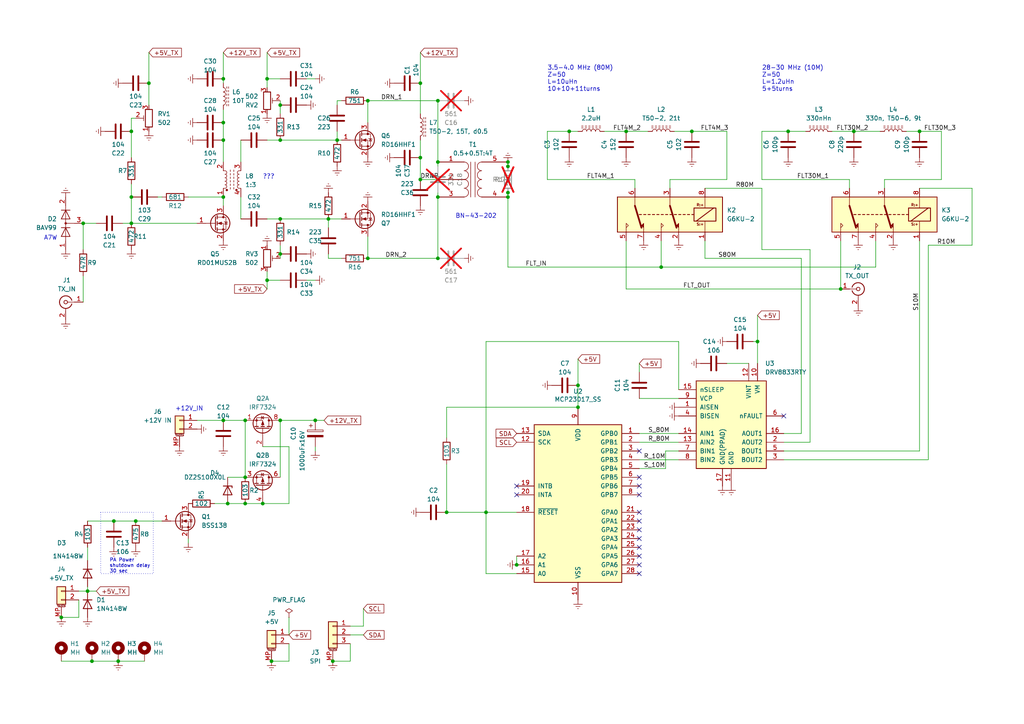
<source format=kicad_sch>
(kicad_sch (version 20230121) (generator eeschema)
  (paper "A4")
  (junction (at 64.77 57.15))
  (junction (at 71.12 121.92))
  (junction (at 121.92 45.72))
  (junction (at 200.66 38.1))
  (junction (at 127 29.21))
  (junction (at 127 74.93))
  (junction (at 121.92 24.13))
  (junction (at 81.28 121.92))
  (junction (at 95.25 63.5))
  (junction (at 39.37 151.13))
  (junction (at 91.44 121.92))
  (junction (at 38.1 57.15))
  (junction (at 33.02 151.13))
  (junction (at 26.67 191.77))
  (junction (at 129.54 148.59))
  (junction (at 64.77 22.86))
  (junction (at 165.1 38.1))
  (junction (at 127 57.15))
  (junction (at 147.32 57.15))
  (junction (at 81.28 40.64))
  (junction (at 219.71 99.06))
  (junction (at 25.4 171.45))
  (junction (at 243.84 83.82))
  (junction (at 167.64 118.11))
  (junction (at 71.12 146.05))
  (junction (at 66.04 146.05))
  (junction (at 64.77 35.56))
  (junction (at 167.64 111.76))
  (junction (at 181.61 38.1))
  (junction (at 34.29 191.77))
  (junction (at 64.77 121.92))
  (junction (at 71.12 138.43))
  (junction (at 121.92 52.07))
  (junction (at 77.47 22.86))
  (junction (at 78.74 191.77))
  (junction (at 147.32 48.26))
  (junction (at 127 46.99))
  (junction (at 140.97 148.59))
  (junction (at 147.32 46.99))
  (junction (at 81.28 73.66))
  (junction (at 147.32 55.88))
  (junction (at 77.47 81.28))
  (junction (at 191.77 77.47))
  (junction (at 96.52 191.77))
  (junction (at 38.1 64.77))
  (junction (at 81.28 63.5))
  (junction (at 43.18 24.13))
  (junction (at 149.86 163.83))
  (junction (at 106.68 29.21))
  (junction (at 97.79 40.64))
  (junction (at 24.13 64.77))
  (junction (at 81.28 30.48))
  (junction (at 64.77 40.64))
  (junction (at 38.1 38.1))
  (junction (at 247.65 38.1))
  (junction (at 17.78 179.07))
  (junction (at 266.7 38.1))
  (junction (at 228.6 38.1))
  (junction (at 76.2 146.05))
  (junction (at 106.68 74.93))
  (no_connect (at 185.42 130.81))
  (no_connect (at 185.42 166.37))
  (no_connect (at 185.42 148.59))
  (no_connect (at 185.42 151.13))
  (no_connect (at 185.42 153.67))
  (no_connect (at 185.42 158.75))
  (no_connect (at 185.42 156.21))
  (no_connect (at 185.42 138.43))
  (no_connect (at 227.33 120.65))
  (no_connect (at 185.42 143.51))
  (no_connect (at 185.42 163.83))
  (no_connect (at 149.86 140.97))
  (no_connect (at 149.86 143.51))
  (no_connect (at 185.42 140.97))
  (no_connect (at 185.42 161.29))
  (wire (pts (xy 91.44 121.92) (xy 93.98 121.92)))
  (wire (pts (xy 266.7 38.1) (xy 273.05 38.1)))
  (wire (pts (xy 57.15 121.92) (xy 64.77 121.92)))
  (wire (pts (xy 227.33 130.81) (xy 266.7 130.81)))
  (wire (pts (xy 220.98 54.61) (xy 220.98 72.39)))
  (wire (pts (xy 81.28 121.92) (xy 81.28 138.43)))
  (wire (pts (xy 99.06 29.21) (xy 97.79 29.21)))
  (wire (pts (xy 101.6 191.77) (xy 96.52 191.77)))
  (wire (pts (xy 24.13 72.39) (xy 24.13 64.77)))
  (wire (pts (xy 81.28 40.64) (xy 97.79 40.64)))
  (wire (pts (xy 246.38 52.07) (xy 220.98 52.07)))
  (wire (pts (xy 64.77 15.24) (xy 64.77 22.86)))
  (wire (pts (xy 97.79 38.1) (xy 97.79 40.64)))
  (wire (pts (xy 191.77 77.47) (xy 191.77 69.85)))
  (wire (pts (xy 193.04 135.89) (xy 193.04 130.81)))
  (wire (pts (xy 127 46.99) (xy 127 29.21)))
  (wire (pts (xy 25.4 171.45) (xy 22.86 171.45)))
  (wire (pts (xy 254 69.85) (xy 254 77.47)))
  (wire (pts (xy 38.1 64.77) (xy 57.15 64.77)))
  (wire (pts (xy 35.56 64.77) (xy 38.1 64.77)))
  (wire (pts (xy 165.1 38.1) (xy 167.64 38.1)))
  (wire (pts (xy 232.41 74.93) (xy 204.47 74.93)))
  (wire (pts (xy 66.04 138.43) (xy 71.12 138.43)))
  (wire (pts (xy 81.28 63.5) (xy 95.25 63.5)))
  (wire (pts (xy 210.82 105.41) (xy 217.17 105.41)))
  (wire (pts (xy 71.12 146.05) (xy 76.2 146.05)))
  (wire (pts (xy 54.61 57.15) (xy 64.77 57.15)))
  (wire (pts (xy 105.41 181.61) (xy 101.6 181.61)))
  (wire (pts (xy 234.95 128.27) (xy 227.33 128.27)))
  (wire (pts (xy 140.97 166.37) (xy 140.97 148.59)))
  (wire (pts (xy 64.77 22.86) (xy 64.77 24.13)))
  (wire (pts (xy 185.42 115.57) (xy 196.85 115.57)))
  (wire (pts (xy 46.99 57.15) (xy 45.72 57.15)))
  (wire (pts (xy 64.77 121.92) (xy 71.12 121.92)))
  (wire (pts (xy 185.42 135.89) (xy 193.04 135.89)))
  (wire (pts (xy 106.68 74.93) (xy 106.68 68.58)))
  (wire (pts (xy 256.54 52.07) (xy 273.05 52.07)))
  (wire (pts (xy 17.78 191.77) (xy 26.67 191.77)))
  (wire (pts (xy 140.97 148.59) (xy 129.54 148.59)))
  (wire (pts (xy 246.38 54.61) (xy 246.38 52.07)))
  (wire (pts (xy 38.1 57.15) (xy 38.1 64.77)))
  (wire (pts (xy 204.47 54.61) (xy 220.98 54.61)))
  (wire (pts (xy 210.82 52.07) (xy 210.82 38.1)))
  (wire (pts (xy 22.86 179.07) (xy 17.78 179.07)))
  (wire (pts (xy 81.28 30.48) (xy 81.28 29.21)))
  (wire (pts (xy 83.82 146.05) (xy 76.2 146.05)))
  (wire (pts (xy 64.77 31.75) (xy 64.77 35.56)))
  (wire (pts (xy 269.24 71.12) (xy 269.24 133.35)))
  (wire (pts (xy 127 74.93) (xy 106.68 74.93)))
  (wire (pts (xy 227.33 125.73) (xy 232.41 125.73)))
  (wire (pts (xy 77.47 22.86) (xy 77.47 25.4)))
  (wire (pts (xy 121.92 45.72) (xy 121.92 52.07)))
  (wire (pts (xy 175.26 38.1) (xy 181.61 38.1)))
  (wire (pts (xy 254 77.47) (xy 191.77 77.47)))
  (wire (pts (xy 77.47 81.28) (xy 81.28 81.28)))
  (wire (pts (xy 127 57.15) (xy 127 74.93)))
  (wire (pts (xy 185.42 128.27) (xy 196.85 128.27)))
  (wire (pts (xy 181.61 38.1) (xy 187.96 38.1)))
  (wire (pts (xy 95.25 63.5) (xy 99.06 63.5)))
  (wire (pts (xy 26.67 191.77) (xy 34.29 191.77)))
  (wire (pts (xy 127 46.99) (xy 127 48.26)))
  (wire (pts (xy 83.82 179.07) (xy 83.82 184.15)))
  (wire (pts (xy 262.89 38.1) (xy 266.7 38.1)))
  (wire (pts (xy 22.86 173.99) (xy 22.86 179.07)))
  (wire (pts (xy 194.31 52.07) (xy 210.82 52.07)))
  (wire (pts (xy 38.1 45.72) (xy 38.1 38.1)))
  (wire (pts (xy 54.61 156.21) (xy 54.61 157.48)))
  (wire (pts (xy 121.92 40.64) (xy 121.92 45.72)))
  (wire (pts (xy 25.4 171.45) (xy 25.4 170.18)))
  (wire (pts (xy 147.32 77.47) (xy 191.77 77.47)))
  (wire (pts (xy 266.7 69.85) (xy 266.7 130.81)))
  (wire (pts (xy 149.86 148.59) (xy 140.97 148.59)))
  (wire (pts (xy 101.6 184.15) (xy 105.41 184.15)))
  (wire (pts (xy 43.18 24.13) (xy 43.18 30.48)))
  (wire (pts (xy 77.47 40.64) (xy 81.28 40.64)))
  (wire (pts (xy 247.65 38.1) (xy 255.27 38.1)))
  (wire (pts (xy 97.79 40.64) (xy 99.06 40.64)))
  (wire (pts (xy 38.1 38.1) (xy 38.1 34.29)))
  (wire (pts (xy 95.25 66.04) (xy 95.25 63.5)))
  (wire (pts (xy 200.66 38.1) (xy 210.82 38.1)))
  (wire (pts (xy 140.97 99.06) (xy 140.97 148.59)))
  (wire (pts (xy 27.94 171.45) (xy 25.4 171.45)))
  (wire (pts (xy 91.44 22.86) (xy 88.9 22.86)))
  (wire (pts (xy 81.28 73.66) (xy 81.28 74.93)))
  (wire (pts (xy 83.82 191.77) (xy 78.74 191.77)))
  (wire (pts (xy 243.84 83.82) (xy 243.84 69.85)))
  (wire (pts (xy 121.92 24.13) (xy 121.92 33.02)))
  (wire (pts (xy 228.6 38.1) (xy 233.68 38.1)))
  (wire (pts (xy 83.82 186.69) (xy 83.82 191.77)))
  (wire (pts (xy 193.04 130.81) (xy 196.85 130.81)))
  (wire (pts (xy 81.28 121.92) (xy 91.44 121.92)))
  (wire (pts (xy 129.54 148.59) (xy 129.54 134.62)))
  (wire (pts (xy 196.85 99.06) (xy 196.85 113.03)))
  (wire (pts (xy 167.64 104.14) (xy 167.64 111.76)))
  (wire (pts (xy 77.47 81.28) (xy 77.47 78.74)))
  (wire (pts (xy 77.47 22.86) (xy 81.28 22.86)))
  (wire (pts (xy 232.41 125.73) (xy 232.41 74.93)))
  (wire (pts (xy 241.3 38.1) (xy 247.65 38.1)))
  (wire (pts (xy 158.75 52.07) (xy 158.75 38.1)))
  (wire (pts (xy 62.23 146.05) (xy 66.04 146.05)))
  (wire (pts (xy 121.92 52.07) (xy 127 52.07)))
  (wire (pts (xy 129.54 127) (xy 129.54 118.11)))
  (wire (pts (xy 219.71 91.44) (xy 219.71 99.06)))
  (wire (pts (xy 77.47 15.24) (xy 77.47 22.86)))
  (wire (pts (xy 77.47 63.5) (xy 81.28 63.5)))
  (wire (pts (xy 220.98 38.1) (xy 228.6 38.1)))
  (wire (pts (xy 220.98 52.07) (xy 220.98 38.1)))
  (wire (pts (xy 91.44 129.54) (xy 91.44 130.81)))
  (wire (pts (xy 64.77 35.56) (xy 64.77 40.64)))
  (wire (pts (xy 269.24 133.35) (xy 227.33 133.35)))
  (wire (pts (xy 204.47 74.93) (xy 204.47 69.85)))
  (wire (pts (xy 43.18 15.24) (xy 43.18 24.13)))
  (wire (pts (xy 95.25 74.93) (xy 95.25 73.66)))
  (wire (pts (xy 266.7 54.61) (xy 281.94 54.61)))
  (wire (pts (xy 167.64 111.76) (xy 167.64 118.11)))
  (wire (pts (xy 105.41 176.53) (xy 105.41 181.61)))
  (wire (pts (xy 185.42 133.35) (xy 196.85 133.35)))
  (wire (pts (xy 34.29 191.77) (xy 41.91 191.77)))
  (wire (pts (xy 81.28 73.66) (xy 81.28 71.12)))
  (wire (pts (xy 83.82 129.54) (xy 83.82 146.05)))
  (wire (pts (xy 69.85 40.64) (xy 69.85 46.99)))
  (wire (pts (xy 38.1 53.34) (xy 38.1 57.15)))
  (wire (pts (xy 64.77 57.15) (xy 64.77 59.69)))
  (wire (pts (xy 25.4 162.56) (xy 25.4 158.75)))
  (wire (pts (xy 184.15 52.07) (xy 158.75 52.07)))
  (wire (pts (xy 194.31 54.61) (xy 194.31 52.07)))
  (wire (pts (xy 66.04 146.05) (xy 71.12 146.05)))
  (wire (pts (xy 97.79 29.21) (xy 97.79 30.48)))
  (wire (pts (xy 147.32 46.99) (xy 147.32 48.26)))
  (wire (pts (xy 147.32 57.15) (xy 147.32 55.88)))
  (wire (pts (xy 220.98 72.39) (xy 234.95 72.39)))
  (wire (pts (xy 129.54 118.11) (xy 167.64 118.11)))
  (wire (pts (xy 185.42 107.95) (xy 185.42 105.41)))
  (wire (pts (xy 77.47 83.82) (xy 77.47 81.28)))
  (wire (pts (xy 219.71 99.06) (xy 218.44 99.06)))
  (wire (pts (xy 181.61 83.82) (xy 243.84 83.82)))
  (wire (pts (xy 196.85 99.06) (xy 140.97 99.06)))
  (wire (pts (xy 281.94 54.61) (xy 281.94 71.12)))
  (wire (pts (xy 158.75 38.1) (xy 165.1 38.1)))
  (wire (pts (xy 24.13 87.63) (xy 24.13 80.01)))
  (wire (pts (xy 24.13 64.77) (xy 27.94 64.77)))
  (wire (pts (xy 219.71 99.06) (xy 219.71 105.41)))
  (wire (pts (xy 106.68 29.21) (xy 127 29.21)))
  (wire (pts (xy 127 55.88) (xy 127 57.15)))
  (wire (pts (xy 33.02 151.13) (xy 39.37 151.13)))
  (wire (pts (xy 39.37 151.13) (xy 46.99 151.13)))
  (wire (pts (xy 181.61 69.85) (xy 181.61 83.82)))
  (wire (pts (xy 184.15 54.61) (xy 184.15 52.07)))
  (wire (pts (xy 91.44 81.28) (xy 88.9 81.28)))
  (wire (pts (xy 256.54 54.61) (xy 256.54 52.07)))
  (wire (pts (xy 101.6 186.69) (xy 101.6 191.77)))
  (wire (pts (xy 106.68 29.21) (xy 106.68 35.56)))
  (wire (pts (xy 64.77 46.99) (xy 64.77 40.64)))
  (wire (pts (xy 149.86 161.29) (xy 149.86 163.83)))
  (wire (pts (xy 281.94 71.12) (xy 269.24 71.12)))
  (wire (pts (xy 147.32 57.15) (xy 147.32 77.47)))
  (wire (pts (xy 25.4 151.13) (xy 33.02 151.13)))
  (wire (pts (xy 99.06 74.93) (xy 95.25 74.93)))
  (wire (pts (xy 185.42 125.73) (xy 196.85 125.73)))
  (wire (pts (xy 149.86 166.37) (xy 140.97 166.37)))
  (wire (pts (xy 71.12 121.92) (xy 71.12 138.43)))
  (wire (pts (xy 121.92 15.24) (xy 121.92 24.13)))
  (wire (pts (xy 234.95 72.39) (xy 234.95 128.27)))
  (wire (pts (xy 195.58 38.1) (xy 200.66 38.1)))
  (wire (pts (xy 38.1 34.29) (xy 39.37 34.29)))
  (wire (pts (xy 69.85 57.15) (xy 69.85 63.5)))
  (wire (pts (xy 76.2 129.54) (xy 83.82 129.54)))
  (wire (pts (xy 273.05 52.07) (xy 273.05 38.1)))
  (wire (pts (xy 81.28 30.48) (xy 81.28 33.02)))
  (rectangle (start 29.21 148.59) (end 44.45 166.37) (stroke (width 0) (type dot)))
  (text "A7W" (at 12.7 69.85 0) (effects (font (size 1.27 1.27)) (justify left bottom)))
  (text "PA Power\nshutdown delay\n30 sec" (at 31.75 166.37 0) (effects (font (size 1 1)) (justify left bottom)))
  (text "BN-43-202" (at 132.08 63.5 0) (effects (font (size 1.27 1.27)) (justify left bottom)))
  (text "+12V_IN" (at 50.8 119.38 0) (effects (font (size 1.27 1.27)) (justify left bottom)))
  (text "28-30 MHz (10M)\nZ=50\nL=1.2uHn\n5+5turns" (at 220.98 26.67 0) (effects (font (size 1.27 1.27)) (justify left bottom)))
  (text "3.5-4.0 MHz (80M)\nZ=50\nL=10uHn\n10+10+11turns" (at 158.75 26.67 0) (effects (font (size 1.27 1.27)) (justify left bottom)))
  (text "???" (at 76.2 52.07 0) (effects (font (size 1.27 1.27)) (justify left bottom)))
  (label "R_80M" (at 187.96 128.27 0))
  (label "DRNP" (at 121.92 52.07 0))
  (label "DRN_1" (at 110.49 29.21 0))
  (label "FLT4M_2" (at 177.8 38.1 0))
  (label "FLT_IN" (at 152.4 77.47 0))
  (label "FLT30M_2" (at 242.57 38.1 0))
  (label "FLT30M_3" (at 267.97 38.1 0))
  (label "S_10M" (at 186.69 135.89 0))
  (label "S80M" (at 208.28 74.93 0))
  (label "R80M" (at 213.36 54.61 0))
  (label "S_80M" (at 187.96 125.73 0))
  (label "FLT30M_1" (at 231.14 52.07 0))
  (label "R_10M" (at 186.69 133.35 0))
  (label "FLT4M_1" (at 170.18 52.07 0))
  (label "FLT_OUT" (at 198.12 83.82 0))
  (label "R10M" (at 271.78 71.12 0))
  (label "S10M" (at 266.7 90.17 90))
  (label "DRN_2" (at 111.76 74.93 0))
  (label "FLT4M_3" (at 203.2 38.1 0))
  (global_label "+12V_TX" (shape input) (at 93.98 121.92 0) (property "Intersheetrefs" "${INTERSHEET_REFS}" (effects hide)))
  (global_label "SCL" (shape input) (at 105.41 176.53 0) (property "Intersheetrefs" "${INTERSHEET_REFS}" (effects hide)))
  (global_label "SCL" (shape input) (at 149.86 128.27 180) (property "Intersheetrefs" "${INTERSHEET_REFS}" (effects hide)))
  (global_label "SDA" (shape input) (at 105.41 184.15 0) (property "Intersheetrefs" "${INTERSHEET_REFS}" (effects hide)))
  (global_label "SDA" (shape input) (at 149.86 125.73 180) (property "Intersheetrefs" "${INTERSHEET_REFS}" (effects hide)))
  (global_label "+5V_TX" (shape input) (at 27.94 171.45 0) (property "Intersheetrefs" "${INTERSHEET_REFS}" (effects hide)))
  (global_label "+12V_TX" (shape input) (at 121.92 15.24 0) (property "Intersheetrefs" "${INTERSHEET_REFS}" (effects hide)))
  (global_label "+5V_TX" (shape input) (at 77.47 83.82 180) (property "Intersheetrefs" "${INTERSHEET_REFS}" (effects hide)))
  (global_label "+5V" (shape input) (at 185.42 105.41 0) (property "Intersheetrefs" "${INTERSHEET_REFS}" (effects hide)))
  (global_label "+5V" (shape input) (at 167.64 104.14 0) (property "Intersheetrefs" "${INTERSHEET_REFS}" (effects hide)))
  (global_label "+5V_TX" (shape input) (at 77.47 15.24 0) (property "Intersheetrefs" "${INTERSHEET_REFS}" (effects hide)))
  (global_label "+5V" (shape input) (at 83.82 184.15 0) (property "Intersheetrefs" "${INTERSHEET_REFS}" (effects hide)))
  (global_label "+12V_TX" (shape input) (at 64.77 15.24 0) (property "Intersheetrefs" "${INTERSHEET_REFS}" (effects hide)))
  (global_label "+5V_TX" (shape input) (at 43.18 15.24 0) (property "Intersheetrefs" "${INTERSHEET_REFS}" (effects hide)))
  (global_label "+5V" (shape input) (at 219.71 91.44 0) (property "Intersheetrefs" "${INTERSHEET_REFS}" (effects hide)))
  (symbol (lib_id "Device:L_Ferrite") (at 259.08 38.1 90) (unit 1)
    (property "Reference" "L4" (at 259.08 31.75 90))
    (property "Value" "330n, T50-6, 9t" (at 259.08 34.29 90))
    (property "Footprint" "PhilsFootprintLibrary:L_T50_L13_W8_P5mm" (effects hide))
  )
  (symbol (lib_id "Device:C") (at 181.61 41.91 0) (mirror x) (unit 1)
    (property "Reference" "C4" (at 175.26 41.91 90))
    (property "Value" "152" (at 177.8 41.91 90))
    (property "Footprint" "Capacitor_SMD:C_1206_3216Metric" (effects hide))
  )
  (symbol (lib_id "Driver_Motor:DRV8833RTY") (at 212.09 123.19 0) (unit 1)
    (property "Reference" "U3" (at 221.9041 105.41 0) (effects (justify left)))
    (property "Value" "DRV8833RTY" (at 221.9041 107.95 0) (effects (justify left)))
    (property "Footprint" "Package_DFN_QFN:Texas_S-PWQFN-N16_EP2.1x2.1mm_ThermalVias" (effects hide))
    (property "Datasheet" "http://www.ti.com/lit/ds/symlink/drv8833.pdf" (effects hide))
  )
  (symbol (lib_id "Device:C") (at 60.96 22.86 270) (mirror x) (unit 1)
    (property "Reference" "C30" (at 60.96 17.78 90))
    (property "Value" "104" (at 60.96 20.32 90))
    (property "Footprint" "Capacitor_SMD:C_0805_2012Metric" (effects hide))
  )
  (symbol (lib_id "power:Earth") (at 97.79 48.26 0) (mirror y) (unit 1)
    (property "Reference" "#PWR044" (effects hide))
    (property "Value" "Earth" (effects hide))
  )
  (symbol (lib_id "Device:R") (at 71.12 142.24 0) (unit 1)
    (property "Reference" "R2" (at 73.66 142.24 0))
    (property "Value" "103" (at 71.12 142.24 90))
    (property "Footprint" "Resistor_SMD:R_0805_2012Metric" (effects hide))
  )
  (symbol (lib_id "Device:C") (at 127 52.07 0) (mirror y) (unit 1) (dnp yes)
    (property "Reference" "C18" (at 133.35 52.07 90))
    (property "Value" "331" (at 130.81 52.07 90))
    (property "Footprint" "Capacitor_SMD:C_1206_3216Metric" (effects hide))
  )
  (symbol (lib_id "Connector_Generic_MountingPin:Conn_01x02_MountingPin") (at 52.07 121.92 0) (mirror y) (unit 1)
    (property "Reference" "J6" (at 45.72 119.38 0))
    (property "Value" "+12V IN" (at 45.72 121.92 0))
    (property "Footprint" "Connector_JST:JST_PH_S2B-PH-SM4-TB_1x02-1MP_P2.00mm_Horizontal" (effects hide))
  )
  (symbol (lib_id "Device:L_Ferrite") (at 64.77 27.94 0) (unit 1)
    (property "Reference" "L6" (at 67.31 26.67 0) (effects (justify left)))
    (property "Value" "10T" (at 67.31 29.21 0) (effects (justify left)))
    (property "Footprint" "PhilsFootprintLibrary:L_T50_L13_W8_P5mm" (effects hide))
  )
  (symbol (lib_id "Diode:1N4148W") (at 25.4 175.26 270) (unit 1)
    (property "Reference" "D1" (at 27.94 173.99 90) (effects (justify left)))
    (property "Value" "1N4148W" (at 27.94 176.53 90) (effects (justify left)))
    (property "Footprint" "Diode_SMD:D_SOD-123" (effects hide))
    (property "Datasheet" "https://www.vishay.com/docs/85748/1n4148w.pdf" (effects hide))
    (property "Sim.Device" "D" (effects hide))
    (property "Sim.Pins" "1=K 2=A" (effects hide))
  )
  (symbol (lib_id "power:Earth") (at 210.82 99.06 270) (mirror x) (unit 1)
    (property "Reference" "#PWR025" (effects hide))
    (property "Value" "Earth" (effects hide))
  )
  (symbol (lib_id "Device:Transformer_SP_1S") (at 137.16 52.07 0) (unit 1)
    (property "Reference" "T1" (at 137.1727 41.91 0))
    (property "Value" "0.5+0.5T:4T" (at 137.1727 44.45 0))
    (property "Footprint" "PhilsFootprintLibrary:Balun_5PIN_BN-43-202_SMD_Inverse" (effects hide))
  )
  (symbol (lib_id "Transistor_FET:IRF7324") (at 76.2 140.97 270) (mirror x) (unit 2)
    (property "Reference" "Q2" (at 76.2 132.08 90))
    (property "Value" "IRF7324" (at 76.2 134.62 90))
    (property "Footprint" "Package_SO:SOIC-8_3.9x4.9mm_P1.27mm" (effects hide))
    (property "Datasheet" "http://www.infineon.com/dgdl/irf7324pbf.pdf?fileId=5546d462533600a4015355f5f0861b4b" (effects hide))
  )
  (symbol (lib_id "power:Earth") (at 160.02 111.76 270) (mirror x) (unit 1)
    (property "Reference" "#PWR011" (effects hide))
    (property "Value" "Earth" (effects hide))
  )
  (symbol (lib_id "power:Earth") (at 167.64 173.99 0) (mirror y) (unit 1)
    (property "Reference" "#PWR013" (effects hide))
    (property "Value" "Earth" (effects hide))
  )
  (symbol (lib_id "power:Earth") (at 147.32 46.99 0) (mirror x) (unit 1)
    (property "Reference" "#PWR015" (effects hide))
    (property "Value" "Earth" (effects hide))
  )
  (symbol (lib_id "power:Earth") (at 78.74 191.77 0) (unit 1)
    (property "Reference" "#PWR032" (effects hide))
    (property "Value" "Earth" (effects hide))
  )
  (symbol (lib_id "Device:R") (at 58.42 146.05 90) (unit 1)
    (property "Reference" "R5" (at 58.42 143.51 0))
    (property "Value" "102" (at 58.42 146.05 90))
    (property "Footprint" "Resistor_SMD:R_0805_2012Metric" (effects hide))
  )
  (symbol (lib_id "Device:R") (at 24.13 76.2 180) (unit 1)
    (property "Reference" "R9" (at 26.67 76.2 0))
    (property "Value" "47R" (at 24.13 76.2 90))
    (property "Footprint" "Resistor_SMD:R_0805_2012Metric" (effects hide))
  )
  (symbol (lib_id "Device:C") (at 60.96 40.64 270) (mirror x) (unit 1)
    (property "Reference" "C27" (at 60.96 46.99 90))
    (property "Value" "104" (at 60.96 44.45 90))
    (property "Footprint" "Capacitor_SMD:C_0805_2012Metric" (effects hide))
  )
  (symbol (lib_id "power:Earth") (at 248.92 88.9 0) (mirror y) (unit 1)
    (property "Reference" "#PWR017" (effects hide))
    (property "Value" "Earth" (effects hide))
  )
  (symbol (lib_id "Connector_Generic_MountingPin:Conn_01x02_MountingPin") (at 17.78 171.45 0) (mirror y) (unit 1)
    (property "Reference" "J4" (at 17.78 165.1 0))
    (property "Value" "+5V_TX" (at 17.78 167.64 0))
    (property "Footprint" "Connector_JST:JST_PH_S2B-PH-SM4-TB_1x02-1MP_P2.00mm_Horizontal" (effects hide))
  )
  (symbol (lib_id "power:Earth") (at 77.47 33.02 0) (mirror y) (unit 1)
    (property "Reference" "#PWR022" (effects hide))
    (property "Value" "Earth" (effects hide))
  )
  (symbol (lib_id "power:Earth") (at 19.05 92.71 0) (mirror y) (unit 1)
    (property "Reference" "#PWR05" (effects hide))
    (property "Value" "Earth" (effects hide))
  )
  (symbol (lib_id "Device:C") (at 207.01 105.41 90) (mirror x) (unit 1)
    (property "Reference" "C14" (at 205.74 99.06 90))
    (property "Value" "106" (at 207.01 101.6 90))
    (property "Footprint" "Capacitor_SMD:C_0805_2012Metric" (effects hide))
  )
  (symbol (lib_id "power:Earth") (at 228.6 45.72 0) (mirror y) (unit 1)
    (property "Reference" "#PWR08" (effects hide))
    (property "Value" "Earth" (effects hide))
  )
  (symbol (lib_id "Device:C") (at 60.96 35.56 270) (mirror x) (unit 1)
    (property "Reference" "C28" (at 60.96 29.21 90))
    (property "Value" "104" (at 60.96 31.75 90))
    (property "Footprint" "Capacitor_SMD:C_0805_2012Metric" (effects hide))
  )
  (symbol (lib_id "Diode:DZ2S100X0L") (at 66.04 142.24 270) (unit 1)
    (property "Reference" "D4" (at 60.96 137.16 90) (effects (justify left)))
    (property "Value" "DZ2S100X0L" (at 53.34 138.43 90) (effects (justify left)))
    (property "Footprint" "Diode_SMD:D_SOD-523" (effects hide))
    (property "Datasheet" "https://industrial.panasonic.com/content/data/SC/ds/ds4/DZ2S10000L_E.pdf" (effects hide))
  )
  (symbol (lib_id "Device:C") (at 97.79 34.29 0) (mirror y) (unit 1)
    (property "Reference" "C26" (at 93.98 34.29 0))
    (property "Value" "223" (at 93.98 36.83 0))
    (property "Footprint" "Capacitor_SMD:C_0805_2012Metric" (effects hide))
  )
  (symbol (lib_id "Relay:G6KU-2") (at 194.31 62.23 180) (unit 1)
    (property "Reference" "K2" (at 210.82 60.96 0) (effects (justify right)))
    (property "Value" "G6KU-2" (at 210.82 63.5 0) (effects (justify right)))
    (property "Footprint" "Relay_SMD:Relay_DPDT_Omron_G6K-2F-Y" (effects hide))
    (property "Datasheet" "http://omronfs.omron.com/en_US/ecb/products/pdf/en-g6k.pdf" (effects hide))
  )
  (symbol (lib_id "Device:C") (at 247.65 41.91 0) (mirror x) (unit 1)
    (property "Reference" "C8" (at 241.3 41.91 90))
    (property "Value" "220p" (at 243.84 41.91 90))
    (property "Footprint" "Capacitor_SMD:C_1206_3216Metric" (effects hide))
  )
  (symbol (lib_id "Device:C") (at 165.1 41.91 0) (mirror x) (unit 1)
    (property "Reference" "C3" (at 158.75 41.91 90))
    (property "Value" "102" (at 161.29 41.91 90))
    (property "Footprint" "Capacitor_SMD:C_1206_3216Metric" (effects hide))
  )
  (symbol (lib_id "Mechanical:MountingHole_Pad") (at 26.67 189.23 0) (unit 1)
    (property "Reference" "H2" (at 29.21 186.69 0) (effects (justify left)))
    (property "Value" "MH" (at 29.21 189.23 0) (effects (justify left)))
    (property "Footprint" "MountingHole:MountingHole_3.2mm_M3_Pad" (effects hide))
  )
  (symbol (lib_id "Device:R") (at 50.8 57.15 90) (unit 1)
    (property "Reference" "R12" (at 50.8 59.69 90))
    (property "Value" "681" (at 50.8 57.15 90))
    (property "Footprint" "Resistor_SMD:R_0805_2012Metric" (effects hide))
  )
  (symbol (lib_id "Device:C") (at 34.29 38.1 270) (mirror x) (unit 1)
    (property "Reference" "C22" (at 34.29 44.45 90))
    (property "Value" "104" (at 34.29 41.91 90))
    (property "Footprint" "Capacitor_SMD:C_0805_2012Metric" (effects hide))
  )
  (symbol (lib_id "Device:C_Polarized") (at 91.44 125.73 0) (unit 1)
    (property "Reference" "C10" (at 85.09 125.73 90))
    (property "Value" "1000uFx16V" (at 87.63 130.81 90))
    (property "Footprint" "Capacitor_SMD:CP_Elec_10x12.6" (effects hide))
  )
  (symbol (lib_id "Device:Q_NMOS_GSD") (at 104.14 40.64 0) (unit 1)
    (property "Reference" "Q6" (at 110.49 39.37 0) (effects (justify left)))
    (property "Value" "RD16HHF1" (at 110.49 41.91 0) (effects (justify left)))
    (property "Footprint" "Package_TO_SOT_THT:TO-220-3_Horizontal_TabUp" (effects hide))
  )
  (symbol (lib_id "power:Earth") (at 38.1 72.39 0) (mirror y) (unit 1)
    (property "Reference" "#PWR047" (effects hide))
    (property "Value" "Earth" (effects hide))
  )
  (symbol (lib_id "power:Earth") (at 95.25 55.88 180) (unit 1)
    (property "Reference" "#PWR053" (effects hide))
    (property "Value" "Earth" (effects hide))
  )
  (symbol (lib_id "power:Earth") (at 200.66 45.72 0) (mirror y) (unit 1)
    (property "Reference" "#PWR010" (effects hide))
    (property "Value" "Earth" (effects hide))
  )
  (symbol (lib_id "Device:R") (at 38.1 49.53 0) (unit 1)
    (property "Reference" "R7" (at 35.56 49.53 0))
    (property "Value" "331" (at 38.1 49.53 90))
    (property "Footprint" "Resistor_SMD:R_0805_2012Metric" (effects hide))
  )
  (symbol (lib_id "Device:R_Potentiometer_Trim") (at 43.18 34.29 180) (unit 1)
    (property "Reference" "RV1" (at 45.72 33.02 0) (effects (justify right)))
    (property "Value" "502" (at 45.72 35.56 0) (effects (justify right)))
    (property "Footprint" "Potentiometer_SMD:Potentiometer_Bourns_3214W_Vertical" (effects hide))
  )
  (symbol (lib_id "power:Earth") (at 54.61 157.48 0) (unit 1)
    (property "Reference" "#PWR036" (effects hide))
    (property "Value" "Earth" (effects hide))
  )
  (symbol (lib_id "Connector:Conn_Coaxial") (at 19.05 87.63 0) (mirror y) (unit 1)
    (property "Reference" "J1" (at 19.3674 81.28 0))
    (property "Value" "TX_IN" (at 19.3674 83.82 0))
    (property "Footprint" "Connector_Coaxial:SMA_Amphenol_132289_EdgeMount" (effects hide))
    (property "Datasheet" " ~" (effects hide))
  )
  (symbol (lib_id "Device:R") (at 81.28 67.31 0) (mirror x) (unit 1)
    (property "Reference" "R14" (at 85.09 67.31 0))
    (property "Value" "331" (at 81.28 67.31 90))
    (property "Footprint" "Resistor_SMD:R_0805_2012Metric" (effects hide))
  )
  (symbol (lib_id "power:Earth") (at 19.05 57.15 0) (mirror x) (unit 1)
    (property "Reference" "#PWR038" (effects hide))
    (property "Value" "Earth" (effects hide))
  )
  (symbol (lib_id "power:Earth") (at 259.08 69.85 0) (mirror y) (unit 1)
    (property "Reference" "#PWR034" (effects hide))
    (property "Value" "Earth" (effects hide))
  )
  (symbol (lib_id "power:Earth") (at 39.37 158.75 0) (unit 1)
    (property "Reference" "#PWR058" (effects hide))
    (property "Value" "Earth" (effects hide))
  )
  (symbol (lib_id "power:Earth") (at 34.29 191.77 0) (unit 1)
    (property "Reference" "#PWR018" (effects hide))
    (property "Value" "Earth" (effects hide))
  )
  (symbol (lib_id "power:Earth") (at 248.92 69.85 0) (mirror y) (unit 1)
    (property "Reference" "#PWR031" (effects hide))
    (property "Value" "Earth" (effects hide))
  )
  (symbol (lib_id "Device:C") (at 130.81 74.93 270) (mirror x) (unit 1) (dnp yes)
    (property "Reference" "C17" (at 130.81 81.28 90))
    (property "Value" "561" (at 130.81 78.74 90))
    (property "Footprint" "Capacitor_SMD:C_1206_3216Metric" (effects hide))
  )
  (symbol (lib_id "Transistor_FET:IRF7324") (at 76.2 124.46 270) (mirror x) (unit 1)
    (property "Reference" "Q2" (at 76.2 115.57 90))
    (property "Value" "IRF7324" (at 76.2 118.11 90))
    (property "Footprint" "Package_SO:SOIC-8_3.9x4.9mm_P1.27mm" (effects hide))
    (property "Datasheet" "http://www.infineon.com/dgdl/irf7324pbf.pdf?fileId=5546d462533600a4015355f5f0861b4b" (effects hide))
  )
  (symbol (lib_id "power:Earth") (at 91.44 22.86 90) (mirror x) (unit 1)
    (property "Reference" "#PWR049" (effects hide))
    (property "Value" "Earth" (effects hide))
  )
  (symbol (lib_id "power:Earth") (at 57.15 35.56 270) (mirror x) (unit 1)
    (property "Reference" "#PWR046" (effects hide))
    (property "Value" "Earth" (effects hide))
  )
  (symbol (lib_id "Device:C") (at 41.91 57.15 270) (mirror x) (unit 1)
    (property "Reference" "C29" (at 41.91 63.5 90))
    (property "Value" "103" (at 41.91 60.96 90))
    (property "Footprint" "Capacitor_SMD:C_0805_2012Metric" (effects hide))
  )
  (symbol (lib_id "Device:R") (at 147.32 52.07 180) (unit 1) (dnp yes)
    (property "Reference" "R1" (at 144.78 52.07 0))
    (property "Value" "511" (at 147.32 52.07 90))
    (property "Footprint" "Resistor_SMD:R_1210_3225Metric_Pad1.30x2.65mm_HandSolder" (effects hide))
  )
  (symbol (lib_id "Device:L_Ferrite") (at 237.49 38.1 90) (unit 1)
    (property "Reference" "L3" (at 237.49 31.75 90))
    (property "Value" "330nHn" (at 237.49 34.29 90))
    (property "Footprint" "PhilsFootprintLibrary:L_T50_L13_W8_P5mm" (effects hide))
  )
  (symbol (lib_id "power:Earth") (at 57.15 40.64 270) (mirror x) (unit 1)
    (property "Reference" "#PWR045" (effects hide))
    (property "Value" "Earth" (effects hide))
  )
  (symbol (lib_id "Device:R_Potentiometer_Trim") (at 77.47 74.93 0) (unit 1)
    (property "Reference" "RV3" (at 74.93 73.66 0) (effects (justify right)))
    (property "Value" "502" (at 74.93 76.2 0) (effects (justify right)))
    (property "Footprint" "Potentiometer_SMD:Potentiometer_Bourns_3214W_Vertical" (effects hide))
  )
  (symbol (lib_id "Device:C") (at 33.02 154.94 0) (mirror y) (unit 1)
    (property "Reference" "C13" (at 35.56 157.48 0))
    (property "Value" "106" (at 35.56 160.02 0))
    (property "Footprint" "Capacitor_SMD:C_0805_2012Metric" (effects hide))
  )
  (symbol (lib_id "Device:C") (at 121.92 55.88 180) (unit 1)
    (property "Reference" "C36" (at 118.11 55.88 0))
    (property "Value" "223" (at 118.11 53.34 0))
    (property "Footprint" "Capacitor_SMD:C_1210_3225Metric" (effects hide))
  )
  (symbol (lib_id "power:Earth") (at 196.85 120.65 270) (unit 1)
    (property "Reference" "#PWR021" (effects hide))
    (property "Value" "Earth" (effects hide))
  )
  (symbol (lib_id "Device:C") (at 118.11 24.13 90) (unit 1)
    (property "Reference" "C1" (at 118.11 20.32 0))
    (property "Value" "104" (at 120.65 20.32 0))
    (property "Footprint" "Capacitor_SMD:C_1210_3225Metric" (effects hide))
  )
  (symbol (lib_id "power:Earth") (at 19.05 72.39 0) (mirror y) (unit 1)
    (property "Reference" "#PWR037" (effects hide))
    (property "Value" "Earth" (effects hide))
  )
  (symbol (lib_id "power:Earth") (at 212.09 140.97 0) (unit 1)
    (property "Reference" "#PWR026" (effects hide))
    (property "Value" "Earth" (effects hide))
  )
  (symbol (lib_id "power:Earth") (at 57.15 22.86 270) (mirror x) (unit 1)
    (property "Reference" "#PWR048" (effects hide))
    (property "Value" "Earth" (effects hide))
  )
  (symbol (lib_id "Device:C") (at 39.37 24.13 270) (mirror x) (unit 1)
    (property "Reference" "C23" (at 39.37 30.48 90))
    (property "Value" "104" (at 39.37 27.94 90))
    (property "Footprint" "Capacitor_SMD:C_0805_2012Metric" (effects hide))
  )
  (symbol (lib_id "power:Earth") (at 121.92 59.69 0) (mirror y) (unit 1)
    (property "Reference" "#PWR01" (effects hide))
    (property "Value" "Earth" (effects hide))
  )
  (symbol (lib_id "power:PWR_FLAG") (at 83.82 179.07 0) (unit 1)
    (property "Reference" "#FLG01" (effects hide))
    (property "Value" "PWR_FLAG" (at 83.82 173.99 0))
  )
  (symbol (lib_id "power:Earth") (at 134.62 74.93 90) (mirror x) (unit 1)
    (property "Reference" "#PWR060" (effects hide))
    (property "Value" "Earth" (effects hide))
  )
  (symbol (lib_id "Device:C") (at 130.81 29.21 270) (mirror x) (unit 1) (dnp yes)
    (property "Reference" "C16" (at 130.81 35.56 90))
    (property "Value" "561" (at 130.81 33.02 90))
    (property "Footprint" "Capacitor_SMD:C_1206_3216Metric" (effects hide))
  )
  (symbol (lib_id "power:Earth") (at 25.4 179.07 0) (unit 1)
    (property "Reference" "#PWR030" (effects hide))
    (property "Value" "Earth" (effects hide))
  )
  (symbol (lib_id "Device:C") (at 185.42 111.76 0) (mirror x) (unit 1)
    (property "Reference" "C11" (at 179.07 111.76 90))
    (property "Value" "104" (at 181.61 111.76 90))
    (property "Footprint" "Capacitor_SMD:C_0805_2012Metric" (effects hide))
  )
  (symbol (lib_id "Device:R") (at 25.4 154.94 0) (unit 1)
    (property "Reference" "R4" (at 22.86 154.94 0))
    (property "Value" "103" (at 25.4 154.94 90))
    (property "Footprint" "Resistor_SMD:R_0805_2012Metric" (effects hide))
  )
  (symbol (lib_id "Device:C") (at 163.83 111.76 270) (unit 1)
    (property "Reference" "C7" (at 163.83 105.41 90))
    (property "Value" "104" (at 163.83 107.95 90))
    (property "Footprint" "Capacitor_SMD:C_0805_2012Metric" (effects hide))
  )
  (symbol (lib_id "Connector_Generic_MountingPin:Conn_01x02_MountingPin") (at 78.74 184.15 0) (mirror y) (unit 1)
    (property "Reference" "J5" (at 78.74 177.8 0))
    (property "Value" "+5V" (at 78.74 180.34 0))
    (property "Footprint" "Connector_JST:JST_PH_S2B-PH-SM4-TB_1x02-1MP_P2.00mm_Horizontal" (effects hide))
  )
  (symbol (lib_id "Device:R") (at 102.87 74.93 90) (mirror x) (unit 1)
    (property "Reference" "R16" (at 102.87 77.47 90))
    (property "Value" "751" (at 102.87 74.93 90))
    (property "Footprint" "Resistor_SMD:R_1206_3216Metric" (effects hide))
  )
  (symbol (lib_id "Device:Q_NMOS_GSD") (at 104.14 63.5 0) (mirror x) (unit 1)
    (property "Reference" "Q7" (at 110.49 64.77 0) (effects (justify left)))
    (property "Value" "RD16HHF1" (at 110.49 62.23 0) (effects (justify left)))
    (property "Footprint" "Package_TO_SOT_THT:TO-220-3_Horizontal_TabUp" (effects hide))
  )
  (symbol (lib_id "power:Earth") (at 77.47 71.12 0) (mirror x) (unit 1)
    (property "Reference" "#PWR027" (effects hide))
    (property "Value" "Earth" (effects hide))
  )
  (symbol (lib_id "Connector_Generic_MountingPin:Conn_01x03_MountingPin") (at 96.52 184.15 0) (mirror y) (unit 1)
    (property "Reference" "J3" (at 91.44 189.23 0))
    (property "Value" "SPI" (at 91.44 191.77 0))
    (property "Footprint" "Connector_JST:JST_PH_S3B-PH-SM4-TB_1x03-1MP_P2.00mm_Horizontal" (effects hide))
  )
  (symbol (lib_id "Device:C") (at 85.09 81.28 270) (unit 1)
    (property "Reference" "C33" (at 88.9 85.09 90))
    (property "Value" "104" (at 88.9 82.55 90))
    (property "Footprint" "Capacitor_SMD:C_0805_2012Metric" (effects hide))
  )
  (symbol (lib_id "power:Earth") (at 43.18 38.1 0) (mirror y) (unit 1)
    (property "Reference" "#PWR040" (effects hide))
    (property "Value" "Earth" (effects hide))
  )
  (symbol (lib_id "Device:R") (at 95.25 59.69 0) (mirror y) (unit 1)
    (property "Reference" "R15" (at 91.44 59.69 0))
    (property "Value" "472" (at 95.25 59.69 90))
    (property "Footprint" "Resistor_SMD:R_0805_2012Metric" (effects hide))
  )
  (symbol (lib_id "Device:C") (at 85.09 22.86 270) (mirror x) (unit 1)
    (property "Reference" "C31" (at 88.9 19.05 90))
    (property "Value" "104" (at 88.9 21.59 90))
    (property "Footprint" "Capacitor_SMD:C_0805_2012Metric" (effects hide))
  )
  (symbol (lib_id "Device:L_Ferrite") (at 191.77 38.1 90) (unit 1)
    (property "Reference" "L2" (at 191.77 31.75 90))
    (property "Value" "T50-2, 21t" (at 191.77 34.29 90))
    (property "Footprint" "PhilsFootprintLibrary:L_T50_L13_W8_P5mm" (effects hide))
  )
  (symbol (lib_id "power:Earth") (at 106.68 45.72 0) (mirror y) (unit 1)
    (property "Reference" "#PWR043" (effects hide))
    (property "Value" "Earth" (effects hide))
  )
  (symbol (lib_id "power:Earth") (at 181.61 45.72 0) (mirror y) (unit 1)
    (property "Reference" "#PWR012" (effects hide))
    (property "Value" "Earth" (effects hide))
  )
  (symbol (lib_id "power:Earth") (at 134.62 29.21 90) (mirror x) (unit 1)
    (property "Reference" "#PWR059" (effects hide))
    (property "Value" "Earth" (effects hide))
  )
  (symbol (lib_id "power:Earth") (at 57.15 124.46 90) (unit 1)
    (property "Reference" "#PWR035" (effects hide))
    (property "Value" "Earth" (effects hide))
  )
  (symbol (lib_id "power:Earth") (at 203.2 105.41 270) (mirror x) (unit 1)
    (property "Reference" "#PWR023" (effects hide))
    (property "Value" "Earth" (effects hide))
  )
  (symbol (lib_id "power:Earth") (at 196.85 118.11 270) (unit 1)
    (property "Reference" "#PWR020" (effects hide))
    (property "Value" "Earth" (effects hide))
  )
  (symbol (lib_id "power:Earth") (at 121.92 148.59 270) (mirror x) (unit 1)
    (property "Reference" "#PWR03" (effects hide))
    (property "Value" "Earth" (effects hide))
  )
  (symbol (lib_id "Device:R") (at 102.87 29.21 90) (unit 1)
    (property "Reference" "R6" (at 102.87 26.67 90))
    (property "Value" "751" (at 102.87 29.21 90))
    (property "Footprint" "Resistor_SMD:R_1206_3216Metric" (effects hide))
  )
  (symbol (lib_id "Device:C") (at 266.7 41.91 0) (mirror x) (unit 1)
    (property "Reference" "C9" (at 260.35 41.91 90))
    (property "Value" "100p" (at 262.89 41.91 90))
    (property "Footprint" "Capacitor_SMD:C_1206_3216Metric" (effects hide))
  )
  (symbol (lib_id "power:Earth") (at 88.9 73.66 90) (unit 1)
    (property "Reference" "#PWR051" (effects hide))
    (property "Value" "Earth" (effects hide))
  )
  (symbol (lib_id "power:Earth") (at 33.02 158.75 0) (unit 1)
    (property "Reference" "#PWR057" (effects hide))
    (property "Value" "Earth" (effects hide))
  )
  (symbol (lib_id "power:Earth") (at 165.1 45.72 0) (mirror y) (unit 1)
    (property "Reference" "#PWR014" (effects hide))
    (property "Value" "Earth" (effects hide))
  )
  (symbol (lib_id "Device:L_Ferrite") (at 171.45 38.1 90) (unit 1)
    (property "Reference" "L1" (at 171.45 31.75 90))
    (property "Value" "2.2uH" (at 171.45 34.29 90))
    (property "Footprint" "PhilsFootprintLibrary:L_T50_L13_W8_P5mm" (effects hide))
  )
  (symbol (lib_id "Device:R_Potentiometer_Trim") (at 77.47 29.21 0) (mirror x) (unit 1)
    (property "Reference" "RV2" (at 74.93 30.48 0) (effects (justify right)))
    (property "Value" "502" (at 74.93 27.94 0) (effects (justify right)))
    (property "Footprint" "Potentiometer_SMD:Potentiometer_Bourns_3214W_Vertical" (effects hide))
  )
  (symbol (lib_id "Mechanical:MountingHole_Pad") (at 17.78 189.23 0) (unit 1)
    (property "Reference" "H1" (at 20.32 186.69 0) (effects (justify left)))
    (property "Value" "MH" (at 20.32 189.23 0) (effects (justify left)))
    (property "Footprint" "MountingHole:MountingHole_3.2mm_M3_Pad" (effects hide))
  )
  (symbol (lib_id "Relay:G6KU-2") (at 256.54 62.23 180) (unit 1)
    (property "Reference" "K3" (at 273.05 60.96 0) (effects (justify right)))
    (property "Value" "G6KU-2" (at 273.05 63.5 0) (effects (justify right)))
    (property "Footprint" "Relay_SMD:Relay_DPDT_Omron_G6K-2F-Y" (effects hide))
    (property "Datasheet" "http://omronfs.omron.com/en_US/ecb/products/pdf/en-g6k.pdf" (effects hide))
  )
  (symbol (lib_id "Transistor_FET:BSS138") (at 52.07 151.13 0) (unit 1)
    (property "Reference" "Q1" (at 58.42 149.86 0) (effects (justify left)))
    (property "Value" "BSS138" (at 58.42 152.4 0) (effects (justify left)))
    (property "Footprint" "Package_TO_SOT_SMD:SOT-23" (effects hide))
    (property "Datasheet" "https://www.onsemi.com/pub/Collateral/BSS138-D.PDF" (effects hide))
  )
  (symbol (lib_id "Device:R") (at 147.32 52.07 180) (unit 1) (dnp yes)
    (property "Reference" "R17" (at 144.78 52.07 0))
    (property "Value" "511" (at 147.32 52.07 90))
    (property "Footprint" "Resistor_SMD:R_1210_3225Metric_Pad1.30x2.65mm_HandSolder" (effects hide))
  )
  (symbol (lib_id "Device:R") (at 39.37 154.94 0) (unit 1)
    (property "Reference" "R8" (at 41.91 154.94 0))
    (property "Value" "475" (at 39.37 154.94 90))
    (property "Footprint" "Resistor_SMD:R_0805_2012Metric" (effects hide))
  )
  (symbol (lib_id "Device:C") (at 73.66 63.5 270) (unit 1)
    (property "Reference" "C32" (at 73.66 57.15 90))
    (property "Value" "104" (at 73.66 59.69 90))
    (property "Footprint" "Capacitor_SMD:C_1206_3216Metric" (effects hide))
  )
  (symbol (lib_id "power:Earth") (at 91.44 81.28 90) (unit 1)
    (property "Reference" "#PWR052" (effects hide))
    (property "Value" "Earth" (effects hide))
  )
  (symbol (lib_id "power:Earth") (at 149.86 163.83 270) (mirror x) (unit 1)
    (property "Reference" "#PWR09" (effects hide))
    (property "Value" "Earth" (effects hide))
  )
  (symbol (lib_id "power:Earth") (at 106.68 58.42 180) (unit 1)
    (property "Reference" "#PWR054" (effects hide))
    (property "Value" "Earth" (effects hide))
  )
  (symbol (lib_id "power:Earth") (at 114.3 24.13 270) (mirror x) (unit 1)
    (property "Reference" "#PWR04" (effects hide))
    (property "Value" "Earth" (effects hide))
  )
  (symbol (lib_id "Device:C") (at 200.66 41.91 0) (mirror x) (unit 1)
    (property "Reference" "C5" (at 194.31 41.91 90))
    (property "Value" "102" (at 196.85 41.91 90))
    (property "Footprint" "Capacitor_SMD:C_1206_3216Metric" (effects hide))
  )
  (symbol (lib_id "Device:Q_NMOS_GSD") (at 62.23 64.77 0) (unit 1)
    (property "Reference" "Q5" (at 60.96 73.66 0) (effects (justify left)))
    (property "Value" "RD01MUS2B" (at 57.15 76.2 0) (effects (justify left)))
    (property "Footprint" "Package_TO_SOT_SMD:SOT-89-3" (effects hide))
  )
  (symbol (lib_id "Device:R") (at 81.28 36.83 0) (unit 1)
    (property "Reference" "R13" (at 85.09 36.83 0))
    (property "Value" "331" (at 81.28 36.83 90))
    (property "Footprint" "Resistor_SMD:R_0805_2012Metric" (effects hide))
  )
  (symbol (lib_id "power:Earth") (at 196.85 69.85 0) (mirror y) (unit 1)
    (property "Reference" "#PWR019" (effects hide))
    (property "Value" "Earth" (effects hide))
  )
  (symbol (lib_id "Device:C") (at 125.73 148.59 90) (mirror x) (unit 1)
    (property "Reference" "C2" (at 125.73 142.24 90))
    (property "Value" "104" (at 125.73 144.78 90))
    (property "Footprint" "Capacitor_SMD:C_0805_2012Metric" (effects hide))
  )
  (symbol (lib_id "power:Earth") (at 17.78 179.07 0) (unit 1)
    (property "Reference" "#PWR029" (effects hide))
    (property "Value" "Earth" (effects hide))
  )
  (symbol (lib_id "Device:C") (at 31.75 64.77 270) (mirror x) (unit 1)
    (property "Reference" "C21" (at 31.75 71.12 90))
    (property "Value" "104" (at 31.75 68.58 90))
    (property "Footprint" "Capacitor_SMD:C_0805_2012Metric" (effects hide))
  )
  (symbol (lib_id "power:Earth") (at 96.52 191.77 0) (unit 1)
    (property "Reference" "#PWR028" (effects hide))
    (property "Value" "Earth" (effects hide))
  )
  (symbol (lib_id "Device:L_Ferrite_Coupled_1243") (at 67.31 52.07 90) (unit 1)
    (property "Reference" "L8" (at 71.12 51.054 90) (effects (justify right)))
    (property "Value" "1:3" (at 71.12 53.594 90) (effects (justify right)))
    (property "Footprint" "PhilsFootprintLibrary:Balun_BN-43-2402_SMD" (effects hide))
  )
  (symbol (lib_id "power:Earth") (at 64.77 129.54 0) (unit 1)
    (property "Reference" "#PWR056" (effects hide))
    (property "Value" "Earth" (effects hide))
  )
  (symbol (lib_id "Device:C") (at 73.66 40.64 270) (mirror x) (unit 1)
    (property "Reference" "C25" (at 73.66 34.29 90))
    (property "Value" "104" (at 73.66 36.83 90))
    (property "Footprint" "Capacitor_SMD:C_1206_3216Metric" (effects hide))
  )
  (symbol (lib_id "Device:R") (at 97.79 44.45 180) (unit 1)
    (property "Reference" "R10" (at 93.98 44.45 0))
    (property "Value" "472" (at 97.79 44.45 90))
    (property "Footprint" "Resistor_SMD:R_0805_2012Metric" (effects hide))
  )
  (symbol (lib_id "Mechanical:MountingHole_Pad") (at 34.29 189.23 0) (unit 1)
    (property "Reference" "H3" (at 36.83 186.69 0) (effects (justify left)))
    (property "Value" "MH" (at 36.83 189.23 0) (effects (justify left)))
    (property "Footprint" "MountingHole:MountingHole_3.2mm_M3_Pad" (effects hide))
  )
  (symbol (lib_id "Device:R") (at 38.1 68.58 180) (unit 1)
    (property "Reference" "R11" (at 40.64 68.58 0))
    (property "Value" "472" (at 38.1 68.58 90))
    (property "Footprint" "Resistor_SMD:R_0805_2012Metric" (effects hide))
  )
  (symbol (lib_id "Mechanical:MountingHole_Pad") (at 41.91 189.23 0) (unit 1)
    (property "Reference" "H4" (at 44.45 186.69 0) (effects (justify left)))
    (property "Value" "MH" (at 44.45 189.23 0) (effects (justify left)))
    (property "Footprint" "MountingHole:MountingHole_3.2mm_M3_Pad" (effects hide))
  )
  (symbol (lib_id "Diode:BAV99") (at 19.05 64.77 90) (unit 1)
    (property "Reference" "D2" (at 16.51 63.5 90) (effects (justify left)))
    (property "Value" "BAV99" (at 16.51 66.04 90) (effects (justify left)))
    (property "Footprint" "Package_TO_SOT_SMD:SOT-23" (effects hide))
    (property "Datasheet" "https://assets.nexperia.com/documents/data-sheet/BAV99_SER.pdf" (effects hide))
  )
  (symbol (lib_id "Device:C") (at 118.11 45.72 270) (unit 1)
    (property "Reference" "C37" (at 118.11 49.53 0))
    (property "Value" "104" (at 115.57 49.53 0))
    (property "Footprint" "Capacitor_SMD:C_1210_3225Metric" (effects hide))
  )
  (symbol (lib_id "Device:C") (at 85.09 30.48 270) (mirror x) (unit 1)
    (property "Reference" "C24" (at 88.9 25.4 90))
    (property "Value" "104" (at 88.9 27.94 90))
    (property "Footprint" "Capacitor_SMD:C_0805_2012Metric" (effects hide))
  )
  (symbol (lib_id "power:Earth") (at 266.7 45.72 0) (mirror y) (unit 1)
    (property "Reference" "#PWR06" (effects hide))
    (property "Value" "Earth" (effects hide))
  )
  (symbol (lib_id "Device:C") (at 64.77 125.73 0) (mirror x) (unit 1)
    (property "Reference" "C12" (at 64.77 118.11 0))
    (property "Value" "104" (at 64.77 120.65 0))
    (property "Footprint" "Capacitor_SMD:C_0805_2012Metric" (effects hide))
  )
  (symbol (lib_id "power:Earth") (at 91.44 130.81 0) (unit 1)
    (property "Reference" "#PWR055" (effects hide))
    (property "Value" "Earth" (effects hide))
  )
  (symbol (lib_id "power:Earth") (at 186.69 69.85 0) (mirror y) (unit 1)
    (property "Reference" "#PWR016" (effects hide))
    (property "Value" "Earth" (effects hide))
  )
  (symbol (lib_id "power:Earth") (at 64.77 69.85 0) (mirror y) (unit 1)
    (property "Reference" "#PWR039" (effects hide))
    (property "Value" "Earth" (effects hide))
  )
  (symbol (lib_id "Device:C") (at 95.25 69.85 180) (unit 1)
    (property "Reference" "C35" (at 91.44 69.85 0))
    (property "Value" "223" (at 91.44 67.31 0))
    (property "Footprint" "Capacitor_SMD:C_0805_2012Metric" (effects hide))
  )
  (symbol (lib_id "Device:C") (at 228.6 41.91 0) (mirror x) (unit 1)
    (property "Reference" "C6" (at 222.25 41.91 90))
    (property "Value" "100p" (at 224.79 41.91 90))
    (property "Footprint" "Capacitor_SMD:C_1206_3216Metric" (effects hide))
  )
  (symbol (lib_id "Device:R") (at 129.54 130.81 0) (unit 1)
    (property "Reference" "R3" (at 132.08 130.81 0))
    (property "Value" "103" (at 129.54 130.81 90))
    (property "Footprint" "Resistor_SMD:R_0805_2012Metric" (effects hide))
  )
  (symbol (lib_id "power:Earth") (at 52.07 129.54 0) (unit 1)
    (property "Reference" "#PWR033" (effects hide))
    (property "Value" "Earth" (effects hide))
  )
  (symbol (lib_id "power:Earth") (at 35.56 24.13 270) (mirror x) (unit 1)
    (property "Reference" "#PWR042" (effects hide))
    (property "Value" "Earth" (effects hide))
  )
  (symbol (lib_id "Interface_Expansion:MCP23017_SS") (at 167.64 146.05 0) (unit 1)
    (property "Reference" "U2" (at 167.64 113.5126 0))
    (property "Value" "MCP23017_SS" (at 167.64 115.824 0))
    (property "Footprint" "Package_SO:SSOP-28_5.3x10.2mm_P0.65mm" (effects hide))
    (property "Datasheet" "http://ww1.microchip.com/downloads/en/DeviceDoc/20001952C.pdf" (effects hide))
  )
  (symbol (lib_id "power:Earth") (at 30.48 38.1 270) (mirror x) (unit 1)
    (property "Reference" "#PWR041" (effects hide))
    (property "Value" "Earth" (effects hide))
  )
  (symbol (lib_id "power:Earth") (at 247.65 45.72 0) (mirror y) (unit 1)
    (property "Reference" "#PWR07" (effects hide))
    (property "Value" "Earth" (effects hide))
  )
  (symbol (lib_id "power:Earth") (at 88.9 30.48 90) (mirror x) (unit 1)
    (property "Reference" "#PWR050" (effects hide))
    (property "Value" "Earth" (effects hide))
  )
  (symbol (lib_id "Diode:1N4148W") (at 25.4 166.37 270) (unit 1)
    (property "Reference" "D3" (at 16.51 157.48 90) (effects (justify left)))
    (property "Value" "1N4148W" (at 15.24 161.29 90) (effects (justify left)))
    (property "Footprint" "Diode_SMD:D_SOD-123" (effects hide))
    (property "Datasheet" "https://www.vishay.com/docs/85748/1n4148w.pdf" (effects hide))
    (property "Sim.Device" "D" (effects hide))
    (property "Sim.Pins" "1=K 2=A" (effects hide))
  )
  (symbol (lib_id "power:Earth") (at 209.55 140.97 0) (unit 1)
    (property "Reference" "#PWR024" (effects hide))
    (property "Value" "Earth" (effects hide))
  )
  (symbol (lib_id "Connector:Conn_Coaxial") (at 248.92 83.82 0) (unit 1)
    (property "Reference" "J2" (at 248.6026 77.47 0))
    (property "Value" "TX_OUT" (at 248.6026 80.01 0))
    (property "Footprint" "Connector_Coaxial:SMA_Amphenol_132289_EdgeMount" (effects hide))
    (property "Datasheet" " ~" (effects hide))
  )
  (symbol (lib_id "power:Earth") (at 114.3 45.72 270) (mirror x) (unit 1)
    (property "Reference" "#PWR02" (effects hide))
    (property "Value" "Earth" (effects hide))
  )
  (symbol (lib_id "Device:C") (at 214.63 99.06 90) (mirror x) (unit 1)
    (property "Reference" "C15" (at 214.63 92.71 90))
    (property "Value" "104" (at 214.63 95.25 90))
    (property "Footprint" "Capacitor_SMD:C_0805_2012Metric" (effects hide))
  )
  (symbol (lib_id "Device:L_Ferrite") (at 121.92 36.83 0) (unit 1)
    (property "Reference" "L7" (at 124.46 35.56 0) (effects (justify left)))
    (property "Value" "T50-2, 15T, d0.5" (at 124.46 38.1 0) (effects (justify left)))
    (property "Footprint" "PhilsFootprintLibrary:L_T50_L13_W8_P5mm" (effects hide))
  )
  (symbol (lib_id "Device:C") (at 85.09 73.66 270) (unit 1)
    (property "Reference" "C34" (at 88.9 78.74 90))
    (property "Value" "104" (at 88.9 76.2 90))
    (property "Footprint" "Capacitor_SMD:C_0805_2012Metric" (effects hide))
  )
)
</source>
